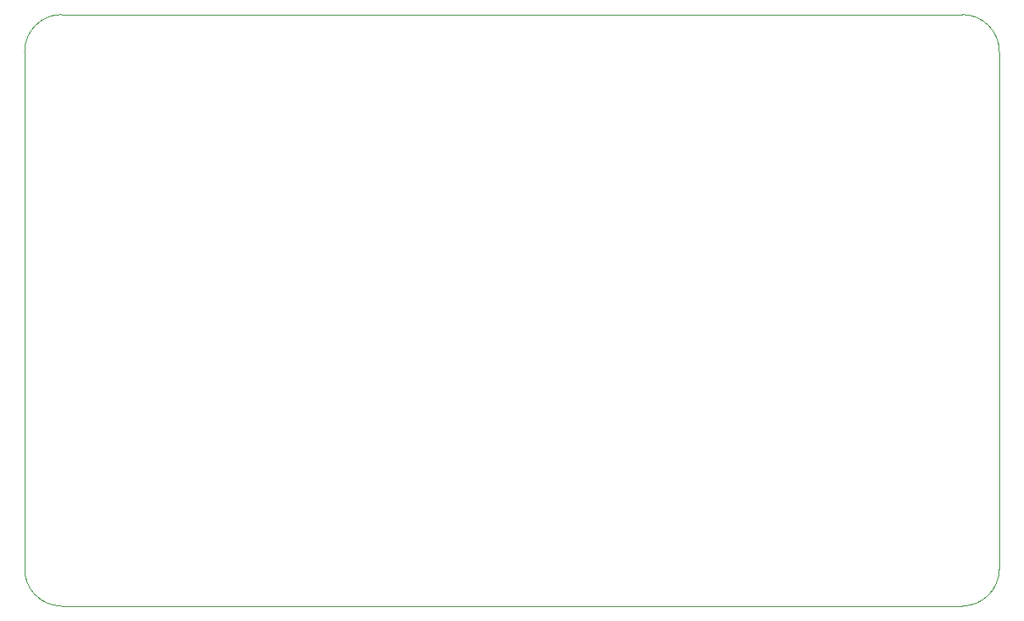
<source format=gbr>
%TF.GenerationSoftware,KiCad,Pcbnew,(5.1.6)-1*%
%TF.CreationDate,2021-07-30T14:46:14+05:30*%
%TF.ProjectId,StockPile_Final,53746f63-6b50-4696-9c65-5f46696e616c,rev?*%
%TF.SameCoordinates,Original*%
%TF.FileFunction,Profile,NP*%
%FSLAX46Y46*%
G04 Gerber Fmt 4.6, Leading zero omitted, Abs format (unit mm)*
G04 Created by KiCad (PCBNEW (5.1.6)-1) date 2021-07-30 14:46:14*
%MOMM*%
%LPD*%
G01*
G04 APERTURE LIST*
%TA.AperFunction,Profile*%
%ADD10C,0.050000*%
%TD*%
G04 APERTURE END LIST*
D10*
X95250000Y-107950000D02*
X95250000Y-54610000D01*
X191770000Y-111760000D02*
X99060000Y-111760000D01*
X195580000Y-54610000D02*
X195580000Y-107950000D01*
X99060000Y-50800000D02*
X191770000Y-50800000D01*
X95250000Y-54610000D02*
G75*
G02*
X99060000Y-50800000I3810000J0D01*
G01*
X99060000Y-111760000D02*
G75*
G02*
X95250000Y-107950000I0J3810000D01*
G01*
X195580000Y-107950000D02*
G75*
G02*
X191770000Y-111760000I-3810000J0D01*
G01*
X191770000Y-50800000D02*
G75*
G02*
X195580000Y-54610000I0J-3810000D01*
G01*
M02*

</source>
